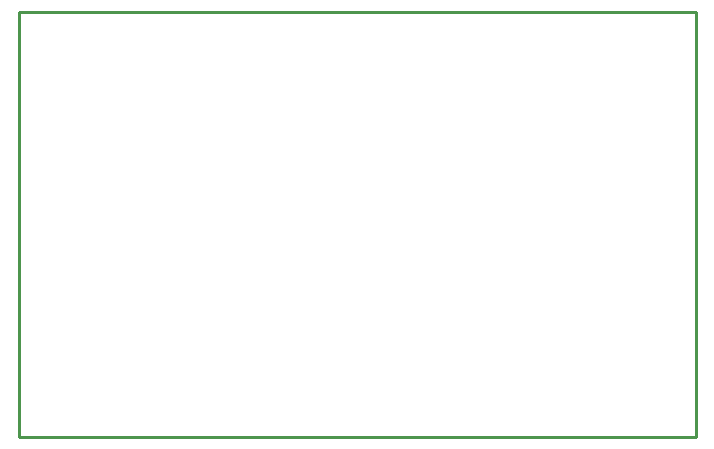
<source format=gko>
G04*
G04 #@! TF.GenerationSoftware,Altium Limited,Altium Designer,21.9.2 (33)*
G04*
G04 Layer_Color=16711935*
%FSLAX25Y25*%
%MOIN*%
G70*
G04*
G04 #@! TF.SameCoordinates,F625CF21-14F9-4619-B10E-FD0BC141F2AC*
G04*
G04*
G04 #@! TF.FilePolarity,Positive*
G04*
G01*
G75*
%ADD11C,0.01000*%
%ADD12C,0.00600*%
D11*
X-95401Y-122365D02*
X130359D01*
Y19367D01*
X-95401D02*
X130359D01*
X-95401Y-122365D02*
Y19367D01*
D12*
Y-122365D02*
X130359D01*
Y19367D01*
X-95401D02*
X130359D01*
X-95401Y-122365D02*
Y19367D01*
M02*

</source>
